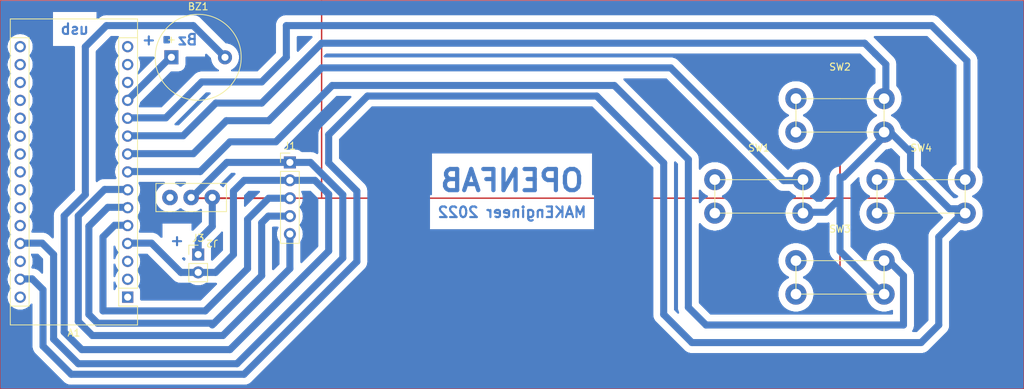
<source format=kicad_pcb>
(kicad_pcb (version 20211014) (generator pcbnew)
  (layers (0 "F.Cu" signal) (31 "B.Cu" signal) (34 "B.Paste" user) (35 "F.Paste" user) (36 "B.SilkS" user "B.Silkscreen") (37 "F.SilkS" user "F.Silkscreen") (38 "B.Mask" user) (39 "F.Mask" user) (44 "Edge.Cuts" user))
  (net 0 "")
  (net 4 "GND")
  (net 5 "Net-(A1-Pad5)")
  (net 6 "Net-(A1-Pad6)")
  (net 7 "Net-(A1-Pad7)")
  (net 8 "Net-(A1-Pad8)")
  (net 9 "Net-(A1-Pad9)")
  (net 10 "Net-(A1-Pad10)")
  (net 11 "Net-(A1-Pad11)")
  (net 12 "Net-(A1-Pad12)")
  (net 27 "Net-(A1-Pad27)")
  (net 30 "Net-(J2-Pad1)")
  (footprint "Module:Arduino_Nano" (layer "F.Cu") (at 88 92.05 180)
    (fp_text reference "A1" (at 7.62 -5.08) (layer "F.SilkS"))
    (fp_text value "Arduino_Nano_v3.x")
    (fp_line (start 16.64 -3.94) (end -1.4 -3.94) (layer "F.SilkS") (width 0.12))
    (fp_line (start 13.97 -1.27) (end 13.97 36.83) (layer "F.SilkS") (width 0.12))
    (fp_line (start -1.4 39.5) (end 16.64 39.5) (layer "F.SilkS") (width 0.12))
    (fp_line (start 1.27 -1.27) (end -1.4 -1.27) (layer "F.SilkS") (width 0.12))
    (fp_line (start 1.27 1.27) (end 1.27 -1.27) (layer "F.SilkS") (width 0.12))
    (fp_line (start 16.64 39.5) (end 16.64 -3.94) (layer "F.SilkS") (width 0.12))
    (fp_line (start 13.97 -1.27) (end 16.64 -1.27) (layer "F.SilkS") (width 0.12))
    (fp_line (start 1.27 36.83) (end -1.4 36.83) (layer "F.SilkS") (width 0.12))
    (fp_line (start 1.27 1.27) (end -1.4 1.27) (layer "F.SilkS") (width 0.12))
    (fp_line (start 1.27 1.27) (end 1.27 36.83) (layer "F.SilkS") (width 0.12))
    (fp_line (start -1.4 -3.94) (end -1.4 -1.27) (layer "F.SilkS") (width 0.12))
    (fp_line (start 13.97 36.83) (end 16.64 36.83) (layer "F.SilkS") (width 0.12))
    (fp_line (start -1.4 1.27) (end -1.4 39.5) (layer "F.SilkS") (width 0.12))
    (pad "1" thru_hole rect (at 0 0 180) (size 1.6 1.6) (drill 1) (layers *.Cu *.Mask))
    (pad "2" thru_hole oval (at 0 2.54 180) (size 1.6 1.6) (drill 1) (layers *.Cu *.Mask))
    (pad "3" thru_hole oval (at 0 5.08 180) (size 1.6 1.6) (drill 1) (layers *.Cu *.Mask))
    (pad "4" thru_hole oval (at 0 7.62 180) (size 1.6 1.6) (drill 1) (layers *.Cu *.Mask) (net 4 "GND"))
    (pad "5" thru_hole oval (at 0 10.16 180) (size 1.6 1.6) (drill 1) (layers *.Cu *.Mask) (net 5 "Net-(A1-Pad5)"))
    (pad "6" thru_hole oval (at 0 12.7 180) (size 1.6 1.6) (drill 1) (layers *.Cu *.Mask) (net 6 "Net-(A1-Pad6)"))
    (pad "7" thru_hole oval (at 0 15.24 180) (size 1.6 1.6) (drill 1) (layers *.Cu *.Mask) (net 7 "Net-(A1-Pad7)"))
    (pad "8" thru_hole oval (at 0 17.78 180) (size 1.6 1.6) (drill 1) (layers *.Cu *.Mask) (net 8 "Net-(A1-Pad8)"))
    (pad "9" thru_hole oval (at 0 20.32 180) (size 1.6 1.6) (drill 1) (layers *.Cu *.Mask) (net 9 "Net-(A1-Pad9)"))
    (pad "10" thru_hole oval (at 0 22.86 180) (size 1.6 1.6) (drill 1) (layers *.Cu *.Mask) (net 10 "Net-(A1-Pad10)"))
    (pad "11" thru_hole oval (at 0 25.4 180) (size 1.6 1.6) (drill 1) (layers *.Cu *.Mask) (net 11 "Net-(A1-Pad11)"))
    (pad "12" thru_hole oval (at 0 27.94 180) (size 1.6 1.6) (drill 1) (layers *.Cu *.Mask) (net 12 "Net-(A1-Pad12)"))
    (pad "13" thru_hole oval (at 0 30.48 180) (size 1.6 1.6) (drill 1) (layers *.Cu *.Mask))
    (pad "14" thru_hole oval (at 0 33.02 180) (size 1.6 1.6) (drill 1) (layers *.Cu *.Mask))
    (pad "15" thru_hole oval (at 0 35.56 180) (size 1.6 1.6) (drill 1) (layers *.Cu *.Mask))
    (pad "16" thru_hole oval (at 15.24 35.56 180) (size 1.6 1.6) (drill 1) (layers *.Cu *.Mask))
    (pad "17" thru_hole oval (at 15.24 33.02 180) (size 1.6 1.6) (drill 1) (layers *.Cu *.Mask))
    (pad "18" thru_hole oval (at 15.24 30.48 180) (size 1.6 1.6) (drill 1) (layers *.Cu *.Mask))
    (pad "19" thru_hole oval (at 15.24 27.94 180) (size 1.6 1.6) (drill 1) (layers *.Cu *.Mask))
    (pad "20" thru_hole oval (at 15.24 25.4 180) (size 1.6 1.6) (drill 1) (layers *.Cu *.Mask))
    (pad "21" thru_hole oval (at 15.24 22.86 180) (size 1.6 1.6) (drill 1) (layers *.Cu *.Mask))
    (pad "22" thru_hole oval (at 15.24 20.32 180) (size 1.6 1.6) (drill 1) (layers *.Cu *.Mask))
    (pad "23" thru_hole oval (at 15.24 17.78 180) (size 1.6 1.6) (drill 1) (layers *.Cu *.Mask))
    (pad "24" thru_hole oval (at 15.24 15.24 180) (size 1.6 1.6) (drill 1) (layers *.Cu *.Mask))
    (pad "25" thru_hole oval (at 15.24 12.7 180) (size 1.6 1.6) (drill 1) (layers *.Cu *.Mask))
    (pad "26" thru_hole oval (at 15.24 10.16 180) (size 1.6 1.6) (drill 1) (layers *.Cu *.Mask))
    (pad "27" thru_hole oval (at 15.24 7.62 180) (size 1.6 1.6) (drill 1) (layers *.Cu *.Mask) (net 27 "Net-(A1-Pad27)"))
    (pad "28" thru_hole oval (at 15.24 5.08 180) (size 1.6 1.6) (drill 1) (layers *.Cu *.Mask))
    (pad "29" thru_hole oval (at 15.24 2.54 180) (size 1.6 1.6) (drill 1) (layers *.Cu *.Mask) (net 4 "GND"))
    (pad "30" thru_hole oval (at 15.24 0 180) (size 1.6 1.6) (drill 1) (layers *.Cu *.Mask))
  )
  (footprint "Button_Switch_THT:12x12mm_Tactile_Switch_Makengineer" (layer "F.Cu") (at 189 82.869)
    (fp_text reference "SW3" (at 0 -0.5 unlocked) (layer "F.SilkS"))
    (fp_text value "SW_Push_Down")
    (fp_line (start -6.25 4) (end 0 4) (layer "F.SilkS") (width 0.12))
    (fp_line (start 6.25 4) (end 6.25 8.75) (layer "F.SilkS") (width 0.12))
    (fp_line (start -6.25 8.75) (end -6.25 4) (layer "F.SilkS") (width 0.12))
    (fp_line (start 0 4) (end 6.25 4) (layer "F.SilkS") (width 0.12))
    (fp_line (start 6.25 8.75) (end -6.25 8.75) (layer "F.SilkS") (width 0.12))
    (pad "1" thru_hole circle (at 6.25 4) (size 3 3) (drill 1.5) (layers *.Cu *.Mask) (net 8 "Net-(A1-Pad8)"))
    (pad "2" thru_hole circle (at 6.25 8.75) (size 3 3) (drill 1.5) (layers *.Cu *.Mask) (net 4 "GND"))
    (pad "3" thru_hole circle (at -6.25 8.75) (size 3 3) (drill 1.5) (layers *.Cu *.Mask))
    (pad "4" thru_hole circle (at -6.25 4) (size 3 3) (drill 1.5) (layers *.Cu *.Mask))
  )
  (footprint "Button_Switch_THT:12x12mm_Tactile_Switch_Makengineer" (layer "F.Cu") (at 177.5 71.369)
    (fp_text reference "SW1" (at 0 -0.5 unlocked) (layer "F.SilkS"))
    (fp_text value "SW_Push_Left")
    (fp_line (start 6.25 4) (end 6.25 8.75) (layer "F.SilkS") (width 0.12))
    (fp_line (start -6.25 8.75) (end -6.25 4) (layer "F.SilkS") (width 0.12))
    (fp_line (start -6.25 4) (end 0 4) (layer "F.SilkS") (width 0.12))
    (fp_line (start 0 4) (end 6.25 4) (layer "F.SilkS") (width 0.12))
    (fp_line (start 6.25 8.75) (end -6.25 8.75) (layer "F.SilkS") (width 0.12))
    (pad "1" thru_hole circle (at 6.25 4) (size 3 3) (drill 1.5) (layers *.Cu *.Mask) (net 9 "Net-(A1-Pad9)"))
    (pad "2" thru_hole circle (at 6.25 8.75) (size 3 3) (drill 1.5) (layers *.Cu *.Mask) (net 4 "GND"))
    (pad "3" thru_hole circle (at -6.25 8.75) (size 3 3) (drill 1.5) (layers *.Cu *.Mask))
    (pad "4" thru_hole circle (at -6.25 4) (size 3 3) (drill 1.5) (layers *.Cu *.Mask))
  )
  (footprint "Connector_PinHeader_2.54mm:PinHeader_1x05_P2.54mm_Vertical" (layer "F.Cu") (at 111 72.925)
    (fp_text reference "J1" (at 0 -2.33) (layer "F.SilkS"))
    (fp_text value "Led_Matrix")
    (fp_line (start 1.33 1.27) (end 1.33 11.49) (layer "F.SilkS") (width 0.12))
    (fp_line (start -1.33 0) (end -1.33 -1.33) (layer "F.SilkS") (width 0.12))
    (fp_line (start -1.33 1.27) (end 1.33 1.27) (layer "F.SilkS") (width 0.12))
    (fp_line (start -1.33 -1.33) (end 0 -1.33) (layer "F.SilkS") (width 0.12))
    (fp_line (start -1.33 1.27) (end -1.33 11.49) (layer "F.SilkS") (width 0.12))
    (fp_line (start -1.33 11.49) (end 1.33 11.49) (layer "F.SilkS") (width 0.12))
    (pad "1" thru_hole rect (at 0 0) (size 1.7 1.7) (drill 1) (layers *.Cu *.Mask) (net 27 "Net-(A1-Pad27)"))
    (pad "2" thru_hole oval (at 0 2.54) (size 1.7 1.7) (drill 1) (layers *.Cu *.Mask) (net 4 "GND"))
    (pad "3" thru_hole oval (at 0 5.08) (size 1.7 1.7) (drill 1) (layers *.Cu *.Mask) (net 5 "Net-(A1-Pad5)"))
    (pad "4" thru_hole oval (at 0 7.62) (size 1.7 1.7) (drill 1) (layers *.Cu *.Mask) (net 6 "Net-(A1-Pad6)"))
    (pad "5" thru_hole oval (at 0 10.16) (size 1.7 1.7) (drill 1) (layers *.Cu *.Mask) (net 7 "Net-(A1-Pad7)"))
  )
  (footprint "Button_Switch_THT:12x12mm_Tactile_Switch_Makengineer" (layer "F.Cu") (at 189 59.869)
    (fp_text reference "SW2" (at 0 -0.5 unlocked) (layer "F.SilkS"))
    (fp_text value "SW_Push_Up")
    (fp_line (start 6.25 8.75) (end -6.25 8.75) (layer "F.SilkS") (width 0.12))
    (fp_line (start -6.25 4) (end 0 4) (layer "F.SilkS") (width 0.12))
    (fp_line (start 0 4) (end 6.25 4) (layer "F.SilkS") (width 0.12))
    (fp_line (start 6.25 4) (end 6.25 8.75) (layer "F.SilkS") (width 0.12))
    (fp_line (start -6.25 8.75) (end -6.25 4) (layer "F.SilkS") (width 0.12))
    (pad "1" thru_hole circle (at 6.25 4) (size 3 3) (drill 1.5) (layers *.Cu *.Mask) (net 10 "Net-(A1-Pad10)"))
    (pad "2" thru_hole circle (at 6.25 8.75) (size 3 3) (drill 1.5) (layers *.Cu *.Mask) (net 4 "GND"))
    (pad "3" thru_hole circle (at -6.25 8.75) (size 3 3) (drill 1.5) (layers *.Cu *.Mask))
    (pad "4" thru_hole circle (at -6.25 4) (size 3 3) (drill 1.5) (layers *.Cu *.Mask))
  )
  (footprint "Button_Switch_THT:3Pin_Slider_Switch_Makengineer" (layer "F.Cu") (at 100 83.905 180)
    (fp_text reference "J2" (at 0 -0.5 180 unlocked) (layer "F.SilkS"))
    (fp_text value "Slider_Switch")
    (fp_line (start 8 4) (end 8 8) (layer "F.SilkS") (width 0.12))
    (fp_line (start 8 8) (end -2 8) (layer "F.SilkS") (width 0.12))
    (fp_line (start -2 8) (end -2 4) (layer "F.SilkS") (width 0.12))
    (fp_line (start -2 4) (end 8 4) (layer "F.SilkS") (width 0.12))
    (pad "1" thru_hole circle (at 0 6 180) (size 2.2 2.2) (drill 1) (layers *.Cu *.Mask) (net 30 "Net-(J2-Pad1)"))
    (pad "2" thru_hole circle (at 3 6 180) (size 2.2 2.2) (drill 1) (layers *.Cu *.Mask) (net 27 "Net-(A1-Pad27)"))
    (pad "3" thru_hole circle (at 6 6 180) (size 2.2 2.2) (drill 1) (layers *.Cu *.Mask))
  )
  (footprint "Connector_PinHeader_2.54mm:PinHeader_1x02_P2.54mm_Vertical" (layer "F.Cu") (at 98 86)
    (fp_text reference "J3" (at 0 -2.33) (layer "F.SilkS"))
    (fp_text value "Power")
    (fp_line (start -1.33 3.87) (end 1.33 3.87) (layer "F.SilkS") (width 0.12))
    (fp_line (start -1.33 -1.33) (end 0 -1.33) (layer "F.SilkS") (width 0.12))
    (fp_line (start -1.33 1.27) (end 1.33 1.27) (layer "F.SilkS") (width 0.12))
    (fp_line (start -1.33 1.27) (end -1.33 3.87) (layer "F.SilkS") (width 0.12))
    (fp_line (start -1.33 0) (end -1.33 -1.33) (layer "F.SilkS") (width 0.12))
    (fp_line (start 1.33 1.27) (end 1.33 3.87) (layer "F.SilkS") (width 0.12))
    (pad "1" thru_hole rect (at 0 0) (size 1.7 1.7) (drill 1) (layers *.Cu *.Mask) (net 30 "Net-(J2-Pad1)"))
    (pad "2" thru_hole oval (at 0 2.54) (size 1.7 1.7) (drill 1) (layers *.Cu *.Mask) (net 4 "GND"))
  )
  (footprint "Buzzer_Beeper:Buzzer_12x9.5RM7.6" (layer "F.Cu") (at 94.2 58)
    (fp_text reference "BZ1" (at 3.8 -7.2) (layer "F.SilkS"))
    (fp_text value "Buzzer")
    (fp_text user "+" (at -0.01 -2.54) (layer "F.SilkS"))
    (fp_circle (center 3.8 0) (end 9.9 0) (layer "F.SilkS") (width 0.12) (fill none))
    (pad "1" thru_hole rect (at 0 0) (size 2 2) (drill 1) (layers *.Cu *.Mask) (net 12 "Net-(A1-Pad12)"))
    (pad "2" thru_hole circle (at 7.6 0) (size 2 2) (drill 1) (layers *.Cu *.Mask) (net 4 "GND"))
  )
  (footprint "Button_Switch_THT:12x12mm_Tactile_Switch_Makengineer" (layer "F.Cu") (at 200.5 71.369)
    (fp_text reference "SW4" (at 0 -0.5 unlocked) (layer "F.SilkS"))
    (fp_text value "SW_Push_Right")
    (fp_line (start 0 4) (end 6.25 4) (layer "F.SilkS") (width 0.12))
    (fp_line (start 6.25 8.75) (end -6.25 8.75) (layer "F.SilkS") (width 0.12))
    (fp_line (start 6.25 4) (end 6.25 8.75) (layer "F.SilkS") (width 0.12))
    (fp_line (start -6.25 4) (end 0 4) (layer "F.SilkS") (width 0.12))
    (fp_line (start -6.25 8.75) (end -6.25 4) (layer "F.SilkS") (width 0.12))
    (pad "1" thru_hole circle (at 6.25 4) (size 3 3) (drill 1.5) (layers *.Cu *.Mask) (net 11 "Net-(A1-Pad11)"))
    (pad "2" thru_hole circle (at 6.25 8.75) (size 3 3) (drill 1.5) (layers *.Cu *.Mask) (net 4 "GND"))
    (pad "3" thru_hole circle (at -6.25 8.75) (size 3 3) (drill 1.5) (layers *.Cu *.Mask))
    (pad "4" thru_hole circle (at -6.25 4) (size 3 3) (drill 1.5) (layers *.Cu *.Mask))
  )
  (gr_line (start 189 66.5) (end 189 89.5) (layer "F.Cu") (width 0.2))
  (gr_line (start 189 78) (end 97 78) (layer "F.Cu") (width 0.2))
  (gr_line (start 215 50) (end 215 105) (layer "F.Cu") (width 0.2))
  (gr_line (start 189 78) (end 200.5 78) (layer "F.Cu") (width 0.2))
  (gr_line (start 98 78) (end 111 78) (layer "F.Cu") (width 0.2))
  (gr_line (start 189 78) (end 177.5 78) (layer "F.Cu") (width 0.2))
  (gr_line (start 98 78) (end 111 78) (layer "F.Cu") (width 0.2))
  (gr_line (start 115.5 50) (end 115.5 78) (layer "F.Cu") (width 0.2))
  (gr_line (start 189 78) (end 189 66.5) (layer "F.Cu") (width 0.2))
  (gr_line (start 215 105) (end 70 105) (layer "F.Cu") (width 0.2))
  (gr_line (start 70 50) (end 215 50) (layer "F.Cu") (width 0.2))
  (gr_line (start 70 105) (end 70 50) (layer "F.Cu") (width 0.2))
  (gr_text "Bz" (at 96.5 55.5) (layer "B.Cu") (effects (font (size 1.5 1.5) (thickness 0.3)) (justify mirror)))
  (gr_text "+" (at 91 55.5) (layer "B.Cu") (effects (font (size 1.5 1.5) (thickness 0.3)) (justify mirror)))
  (gr_text "usb" (at 80.5 54) (layer "B.Cu") (effects (font (size 1.5 1.5) (thickness 0.3)) (justify mirror)))
  (gr_text "MAKEngineer 2022" (at 142.5 80) (layer "B.Cu") (effects (font (size 1.5 1.5) (thickness 0.3)) (justify mirror)))
  (gr_text "OPENFAB" (at 142.5 75.5) (layer "B.Cu") (effects (font (size 3 3) (thickness 0.6)) (justify mirror)))
  (gr_text "+" (at 95 84) (layer "B.Cu") (effects (font (size 1.5 1.5) (thickness 0.3)) (justify mirror)))
  (segment (start 102.5 99.5) (end 116.5 85.5) (width 1) (layer "B.Cu") (net 4))
  (segment (start 91.38 84.38) (end 88 84.38) (width 1) (layer "B.Cu") (net 4))
  (segment (start 154.5 63.5) (end 164 73) (width 1) (layer "B.Cu") (net 4))
  (segment (start 103 77) (end 103 86) (width 1) (layer "B.Cu") (net 4))
  (segment (start 104.535 75.465) (end 103 77) (width 1) (layer "B.Cu") (net 4))
  (segment (start 97.3 53.5) (end 85 53.5) (width 1) (layer "B.Cu") (net 4))
  (segment (start 116.5 69) (end 122 63.5) (width 1) (layer "B.Cu") (net 4))
  (segment (start 203 96) (end 203 83.5) (width 1) (layer "B.Cu") (net 4))
  (segment (start 114.535 75.465) (end 111 75.465) (width 1) (layer "B.Cu") (net 4))
  (segment (start 189.5 75) (end 189 75) (width 1) (layer "B.Cu") (net 4))
  (segment (start 206.5 79.5) (end 204.5 79.5) (width 1) (layer "B.Cu") (net 4))
  (segment (start 103 86) (end 100.46 88.54) (width 1) (layer "B.Cu") (net 4))
  (segment (start 122 63.5) (end 154.5 63.5) (width 1) (layer "B.Cu") (net 4))
  (segment (start 95.54 88.54) (end 91.38 84.38) (width 1) (layer "B.Cu") (net 4))
  (segment (start 199 71.5) (end 196.5 69) (width 1) (layer "B.Cu") (net 4))
  (segment (start 111 75.465) (end 104.535 75.465) (width 1) (layer "B.Cu") (net 4))
  (segment (start 116.5 85.5) (end 116.5 77.43) (width 1) (layer "B.Cu") (net 4))
  (segment (start 76 99) (end 80 103) (width 1) (layer "B.Cu") (net 4))
  (segment (start 101.8 58) (end 97.3 53.5) (width 1) (layer "B.Cu") (net 4))
  (segment (start 79 80.5) (end 79 97) (width 1) (layer "B.Cu") (net 4))
  (segment (start 100.46 88.54) (end 98 88.54) (width 1) (layer "B.Cu") (net 4))
  (segment (start 72.76 89.46) (end 74.46 89.46) (width 1) (layer "B.Cu") (net 4))
  (segment (start 120.5 77) (end 116.5 73) (width 1) (layer "B.Cu") (net 4))
  (segment (start 98 88.54) (end 95.54 88.54) (width 1) (layer "B.Cu") (net 4))
  (segment (start 81.5 99.5) (end 102.5 99.5) (width 1) (layer "B.Cu") (net 4))
  (segment (start 199 74) (end 199 71.5) (width 1) (layer "B.Cu") (net 4))
  (segment (start 189 85.5) (end 195 91.5) (width 1) (layer "B.Cu") (net 4))
  (segment (start 203 83.5) (end 206.5 80) (width 1) (layer "B.Cu") (net 4))
  (segment (start 82 56.5) (end 82 77.5) (width 1) (layer "B.Cu") (net 4))
  (segment (start 120.5 87) (end 120.5 77) (width 1) (layer "B.Cu") (net 4))
  (segment (start 189 78) (end 187 80) (width 1) (layer "B.Cu") (net 4))
  (segment (start 82 77.5) (end 79 80.5) (width 1) (layer "B.Cu") (net 4))
  (segment (start 116.5 77.43) (end 114.535 75.465) (width 1) (layer "B.Cu") (net 4))
  (segment (start 187 80) (end 183.5 80) (width 1) (layer "B.Cu") (net 4))
  (segment (start 79 97) (end 81.5 99.5) (width 1) (layer "B.Cu") (net 4))
  (segment (start 80 103) (end 104.5 103) (width 1) (layer "B.Cu") (net 4))
  (segment (start 104.5 103) (end 120.5 87) (width 1) (layer "B.Cu") (net 4))
  (segment (start 164 73) (end 164 94.5) (width 1) (layer "B.Cu") (net 4))
  (segment (start 199 71.5) (end 199 71) (width 1) (layer "B.Cu") (net 4))
  (segment (start 76 91) (end 76 99) (width 1) (layer "B.Cu") (net 4))
  (segment (start 206.5 80) (end 206.5 79.5) (width 1) (layer "B.Cu") (net 4))
  (segment (start 196.5 69) (end 195.5 69) (width 1) (layer "B.Cu") (net 4))
  (segment (start 204.5 79.5) (end 199 74) (width 1) (layer "B.Cu") (net 4))
  (segment (start 164 94.5) (end 168 98.5) (width 1) (layer "B.Cu") (net 4))
  (segment (start 85 53.5) (end 82 56.5) (width 1) (layer "B.Cu") (net 4))
  (segment (start 189 75) (end 189 78) (width 1) (layer "B.Cu") (net 4))
  (segment (start 168 98.5) (end 200.5 98.5) (width 1) (layer "B.Cu") (net 4))
  (segment (start 200.5 98.5) (end 203 96) (width 1) (layer "B.Cu") (net 4))
  (segment (start 195.5 69) (end 189.5 75) (width 1) (layer "B.Cu") (net 4))
  (segment (start 74.46 89.46) (end 76 91) (width 1) (layer "B.Cu") (net 4))
  (segment (start 116.5 73) (end 116.5 69) (width 1) (layer "B.Cu") (net 4))
  (segment (start 189 78) (end 189 85.5) (width 1) (layer "B.Cu") (net 4))
  (segment (start 105 88) (end 105 81) (width 1) (layer "B.Cu") (net 5))
  (segment (start 84.5 83.5) (end 84.5 94) (width 1) (layer "B.Cu") (net 5))
  (segment (start 84.5 94) (end 99 94) (width 1) (layer "B.Cu") (net 5))
  (segment (start 105 81) (end 107.995 78.005) (width 1) (layer "B.Cu") (net 5))
  (segment (start 99 94) (end 105 88) (width 1) (layer "B.Cu") (net 5))
  (segment (start 88 81.84) (end 86.16 81.84) (width 1) (layer "B.Cu") (net 5))
  (segment (start 107.995 78.005) (end 111 78.005) (width 1) (layer "B.Cu") (net 5))
  (segment (start 86.16 81.84) (end 84.5 83.5) (width 1) (layer "B.Cu") (net 5))
  (segment (start 100.25 95.75) (end 100 96) (width 1) (layer "B.Cu") (net 6))
  (segment (start 83.75 95.75) (end 100.25 95.75) (width 1) (layer "B.Cu") (net 6))
  (segment (start 88 79.3) (end 85.2 79.3) (width 1) (layer "B.Cu") (net 6))
  (segment (start 82.5 82) (end 82.5 94.5) (width 1) (layer "B.Cu") (net 6))
  (segment (start 107 89) (end 100.25 95.75) (width 1) (layer "B.Cu") (net 6))
  (segment (start 82.5 94.5) (end 83.75 95.75) (width 1) (layer "B.Cu") (net 6))
  (segment (start 111 80.545) (end 107.955 80.545) (width 1) (layer "B.Cu") (net 6))
  (segment (start 107 81.5) (end 107 89) (width 1) (layer "B.Cu") (net 6))
  (segment (start 107.955 80.545) (end 107 81.5) (width 1) (layer "B.Cu") (net 6))
  (segment (start 85.2 79.3) (end 82.5 82) (width 1) (layer "B.Cu") (net 6))
  (segment (start 81 95.5) (end 83 97.5) (width 1) (layer "B.Cu") (net 7))
  (segment (start 111 88) (end 111 83.085) (width 1) (layer "B.Cu") (net 7))
  (segment (start 101.5 97.5) (end 111 88) (width 1) (layer "B.Cu") (net 7))
  (segment (start 88 76.76) (end 84.74 76.76) (width 1) (layer "B.Cu") (net 7))
  (segment (start 84.74 76.76) (end 81 80.5) (width 1) (layer "B.Cu") (net 7))
  (segment (start 81 80.5) (end 81 95.5) (width 1) (layer "B.Cu") (net 7))
  (segment (start 83 97.5) (end 101.5 97.5) (width 1) (layer "B.Cu") (net 7))
  (segment (start 157 62) (end 164.5 69.5) (width 1) (layer "B.Cu") (net 8))
  (segment (start 98.28 74.22) (end 102.5 70) (width 1) (layer "B.Cu") (net 8))
  (segment (start 117 62) (end 157 62) (width 1) (layer "B.Cu") (net 8))
  (segment (start 167.5 72.5) (end 167.5 93.5) (width 1) (layer "B.Cu") (net 8))
  (segment (start 170 96) (end 198 96) (width 1) (layer "B.Cu") (net 8))
  (segment (start 109 70) (end 117 62) (width 1) (layer "B.Cu") (net 8))
  (segment (start 164.5 69.5) (end 167.5 72.5) (width 1) (layer "B.Cu") (net 8))
  (segment (start 198 96) (end 198 89) (width 1) (layer "B.Cu") (net 8))
  (segment (start 198 89) (end 196 87) (width 1) (layer "B.Cu") (net 8))
  (segment (start 167.5 93.5) (end 170 96) (width 1) (layer "B.Cu") (net 8))
  (segment (start 102.5 70) (end 109 70) (width 1) (layer "B.Cu") (net 8))
  (segment (start 88 74.22) (end 98.28 74.22) (width 1) (layer "B.Cu") (net 8))
  (segment (start 181 75.5) (end 184 75.5) (width 1) (layer "B.Cu") (net 9))
  (segment (start 88 71.68) (end 97.32 71.68) (width 1) (layer "B.Cu") (net 9))
  (segment (start 115.5 59.5) (end 165 59.5) (width 1) (layer "B.Cu") (net 9))
  (segment (start 102 67) (end 108 67) (width 1) (layer "B.Cu") (net 9))
  (segment (start 180.5 75) (end 181 75.5) (width 1) (layer "B.Cu") (net 9))
  (segment (start 97.32 71.68) (end 102 67) (width 1) (layer "B.Cu") (net 9))
  (segment (start 165 59.5) (end 180.5 75) (width 1) (layer "B.Cu") (net 9))
  (segment (start 108 67) (end 115.5 59.5) (width 1) (layer "B.Cu") (net 9))
  (segment (start 194 57.5) (end 195.5 59) (width 1) (layer "B.Cu") (net 10))
  (segment (start 100.5 64.5) (end 107 64.5) (width 1) (layer "B.Cu") (net 10))
  (segment (start 115.5 56) (end 192.5 56) (width 1) (layer "B.Cu") (net 10))
  (segment (start 88 69.14) (end 95.86 69.14) (width 1) (layer "B.Cu") (net 10))
  (segment (start 192.5 56) (end 194 57.5) (width 1) (layer "B.Cu") (net 10))
  (segment (start 95.86 69.14) (end 100.5 64.5) (width 1) (layer "B.Cu") (net 10))
  (segment (start 107 64.5) (end 115.5 56) (width 1) (layer "B.Cu") (net 10))
  (segment (start 195.5 59) (end 195.5 63.5) (width 1) (layer "B.Cu") (net 10))
  (segment (start 88 66.6) (end 93.4 66.6) (width 1) (layer "B.Cu") (net 11))
  (segment (start 202 53.5) (end 207 58.5) (width 1) (layer "B.Cu") (net 11))
  (segment (start 110.5 53.5) (end 202 53.5) (width 1) (layer "B.Cu") (net 11))
  (segment (start 98.5 61.5) (end 107 61.5) (width 1) (layer "B.Cu") (net 11))
  (segment (start 98 62) (end 98.5 61.5) (width 1) (layer "B.Cu") (net 11))
  (segment (start 110.5 58) (end 110.5 53.5) (width 1) (layer "B.Cu") (net 11))
  (segment (start 107 61.5) (end 110.5 58) (width 1) (layer "B.Cu") (net 11))
  (segment (start 207 58.5) (end 207 75) (width 1) (layer "B.Cu") (net 11))
  (segment (start 93.4 66.6) (end 98 62) (width 1) (layer "B.Cu") (net 11))
  (segment (start 94.06 58) (end 88 64.06) (width 1) (layer "B.Cu") (net 12))
  (segment (start 94.2 58) (end 94.06 58) (width 1) (layer "B.Cu") (net 12))
  (segment (start 111 72.925) (end 102.075 72.925) (width 1) (layer "B.Cu") (net 27))
  (segment (start 81 101.5) (end 103.5 101.5) (width 1) (layer "B.Cu") (net 27))
  (segment (start 72.76 84.38) (end 75.88 84.38) (width 1) (layer "B.Cu") (net 27))
  (segment (start 113.925 72.925) (end 111 72.925) (width 1) (layer "B.Cu") (net 27))
  (segment (start 77.5 98) (end 81 101.5) (width 1) (layer "B.Cu") (net 27))
  (segment (start 118.5 77.5) (end 113.925 72.925) (width 1) (layer "B.Cu") (net 27))
  (segment (start 75.88 84.38) (end 77.5 86) (width 1) (layer "B.Cu") (net 27))
  (segment (start 77.5 86) (end 77.5 98) (width 1) (layer "B.Cu") (net 27))
  (segment (start 118.5 86.5) (end 118.5 77.5) (width 1) (layer "B.Cu") (net 27))
  (segment (start 102.075 72.925) (end 97 78) (width 1) (layer "B.Cu") (net 27))
  (segment (start 103.5 101.5) (end 118.5 86.5) (width 1) (layer "B.Cu") (net 27))
  (segment (start 98 86) (end 98 84) (width 1) (layer "B.Cu") (net 30))
  (segment (start 98 84) (end 100 82) (width 1) (layer "B.Cu") (net 30))
  (segment (start 100 82) (end 100 78) (width 1) (layer "B.Cu") (net 30))
  (zone (net 0) (net_name "") (layer "B.Cu") (connect_pads (clearance 1)) (min_thickness 0.254) (fill yes (thermal_gap 0.508) (thermal_bridge_width 0.508))
    (polygon (pts (xy 215 105) (xy 70 105) (xy 70 50) (xy 215 50)))
  )
  (zone (net 0) (net_name "") (layer "B.Cu") (connect_pads (clearance 1)) (min_thickness 0.254) (fill yes (thermal_gap 0.508) (thermal_bridge_width 0.508))
    (polygon (pts (xy 215 105) (xy 70 105) (xy 70 50) (xy 215 50)))
  )
  (zone (net 0) (net_name "") (layer "B.Cu") (connect_pads (clearance 1)) (min_thickness 0.254) (fill yes (thermal_gap 0.508) (thermal_bridge_width 0.508))
    (polygon (pts (xy 215 105) (xy 70 105) (xy 70 50) (xy 215 50)))
  )
  (zone (net 0) (net_name "") (layer "B.Cu") (connect_pads (clearance 1)) (min_thickness 0.254) (fill yes (thermal_gap 0.508) (thermal_bridge_width 0.508))
    (polygon (pts (xy 215 105) (xy 70 105) (xy 70 50) (xy 215 50)))
  )
  (zone (net 0) (net_name "") (layer "B.Cu") (connect_pads (clearance 1)) (min_thickness 0.254) (fill yes (thermal_gap 0.508) (thermal_bridge_width 0.508))
    (polygon (pts (xy 215 105) (xy 70 105) (xy 70 50) (xy 215 50)))
  )
  (zone (net 0) (net_name "") (layer "B.Cu") (connect_pads (clearance 1)) (min_thickness 0.254) (fill yes (thermal_gap 0.508) (thermal_bridge_width 0.508))
    (polygon (pts (xy 215 105) (xy 70 105) (xy 70 50) (xy 215 50)))
  )
)
</source>
